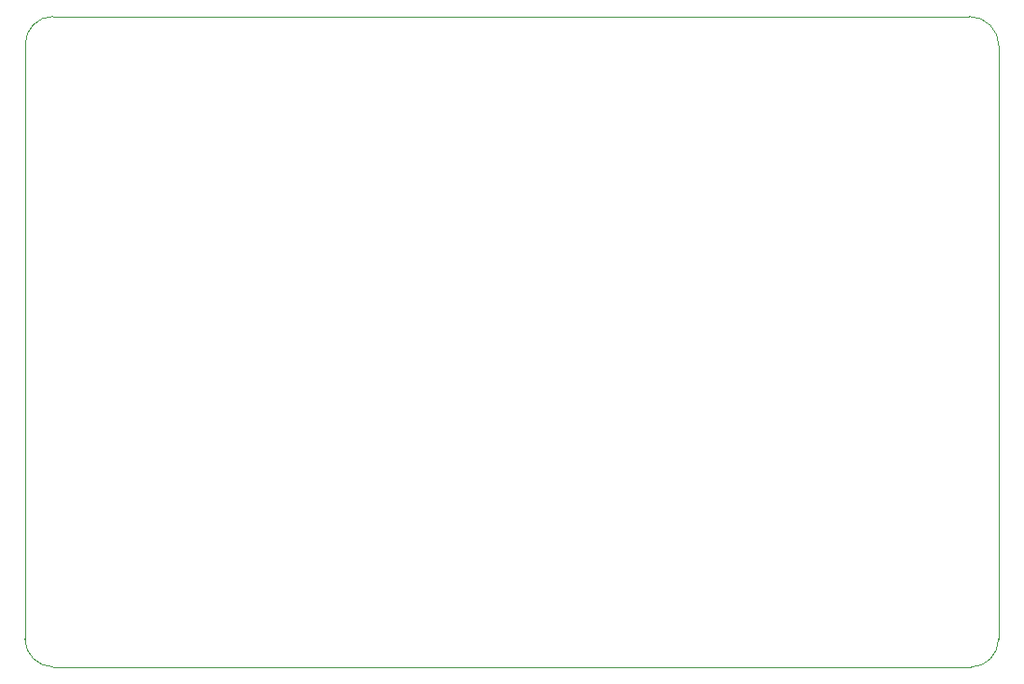
<source format=gbr>
%TF.GenerationSoftware,KiCad,Pcbnew,7.0.5-0*%
%TF.CreationDate,2023-10-01T14:36:37-07:00*%
%TF.ProjectId,FONA_pi,464f4e41-5f70-4692-9e6b-696361645f70,rev?*%
%TF.SameCoordinates,Original*%
%TF.FileFunction,Profile,NP*%
%FSLAX46Y46*%
G04 Gerber Fmt 4.6, Leading zero omitted, Abs format (unit mm)*
G04 Created by KiCad (PCBNEW 7.0.5-0) date 2023-10-01 14:36:37*
%MOMM*%
%LPD*%
G01*
G04 APERTURE LIST*
%TA.AperFunction,Profile*%
%ADD10C,0.100000*%
%TD*%
G04 APERTURE END LIST*
D10*
X164185600Y-57607200D02*
X81026001Y-57607200D01*
X166878000Y-60299600D02*
G75*
G03*
X164185600Y-57607200I-2692400J0D01*
G01*
X164310892Y-116729418D02*
G75*
G03*
X166850890Y-114163846I8J2540118D01*
G01*
X78460555Y-114163846D02*
G75*
G03*
X81026001Y-116703971I2565445J25446D01*
G01*
X78486001Y-60147200D02*
X78460602Y-114163846D01*
X166850891Y-114163846D02*
X166878000Y-60299600D01*
X81026001Y-57607201D02*
G75*
G03*
X78486001Y-60147200I-1J-2539999D01*
G01*
X81026001Y-116703971D02*
X164310892Y-116729372D01*
M02*

</source>
